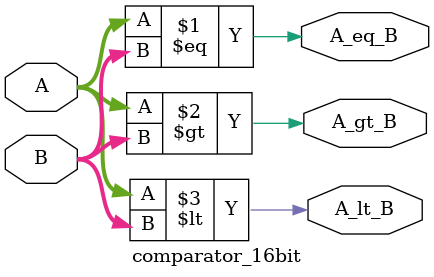
<source format=v>
module comparator_16bit(
    input [15:0] A,
    input [15:0] B,
    output A_eq_B,
    output A_gt_B,
    output A_lt_B
);

assign A_eq_B = (A == B);
assign A_gt_B = (A > B);
assign A_lt_B = (A < B);
endmodule
</source>
